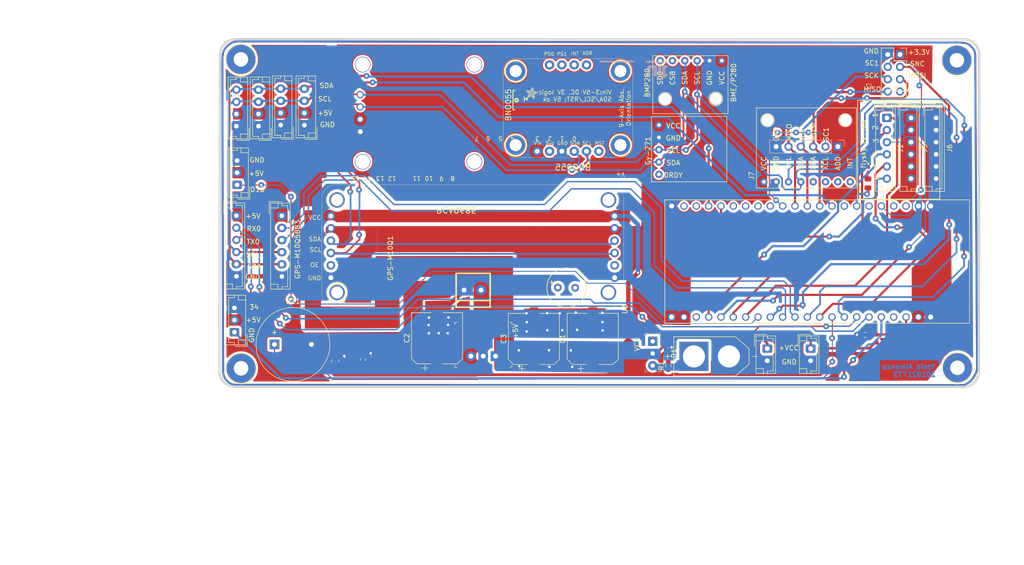
<source format=kicad_pcb>
(kicad_pcb (version 20240108) (generator "pcbnew") (generator_version "8.0")
  (layers (0 "F.Cu" signal) (31 "B.Cu" signal) (34 "B.Paste" user) (35 "F.Paste" user) (36 "B.SilkS" user "B.Silkscreen") (37 "F.SilkS" user "F.Silkscreen") (38 "B.Mask" user) (39 "F.Mask" user) (44 "Edge.Cuts" user))
  (net 0 "")
  (net 1 "+3.3V")
  (net 2 "Earth")
  (net 4 "VCC")
  (net 5 "Net-(D1-A)")
  (net 6 "Net-(D2-A)")
  (net 7 "Net-(D3-A)")
  (net 8 "ch1")
  (net 9 "ch2")
  (net 10 "ch3")
  (net 11 "ch4")
  (net 12 "ch5")
  (net 13 "ch6")
  (net 14 "CS1")
  (net 15 "D12")
  (net 16 "SCL1")
  (net 17 "+5V")
  (net 18 "MOSI")
  (net 19 "VBAT")
  (net 20 "MISO")
  (net 21 "SCK")
  (net 22 "CNS")
  (net 23 "CE")
  (net 25 "15")
  (net 27 "INT")
  (net 30 "ADR")
  (net 37 "Net-(J8-POS)")
  (net 43 "VP")
  (net 44 "Net-(D4-A)")
  (net 53 "SCL1_SDA1-")
  (net 54 "/TX0_RX0-")
  (net 55 "/TX0_RX0+")
  (net 56 "/TX0_RX1-")
  (net 57 "/TX0_RX1+")
  (net 58 "48")
  (net 59 "SDA")
  (net 60 "/SCL1_SDA0+")
  (footprint "MountingHole:MountingHole_3mm_Pad" (layer "F.Cu") (at 71.55 127.27)
    (property "Reference" "H2" (hide yes))
    (property "Value" "MountingHole" (hide yes))
  )
  (footprint "Library:PCA 9685" (layer "F.Cu") (at 129.174 118.783 180)
    (property "Reference" "J4" (hide yes))
    (property "Value" "PCA9685")
  )
  (footprint "Capacitor_SMD:CP_Elec_10x12.6" (layer "F.Cu") (at 143.96 121.21 90)
    (property "Reference" "C1")
    (property "Value" "1000 uF")
  )
  (footprint "Connector_JST:JST_EH_B6B-EH-A_1x06_P2.50mm_Vertical" (layer "F.Cu") (at 79.95 95.87 -90)
    (property "Reference" "GPS-M10Q1")
    (property "Value" "Conn_01x06_Pin")
  )
  (footprint "Connector_JST:JST_EH_B4B-EH-A_1x04_P2.50mm_Vertical" (layer "F.Cu") (at 70.59 77.41 90)
    (property "Reference" "LIDAR1" (hide yes))
    (property "Value" "Conn_01x04_Pin")
  )
  (footprint "Connector_JST:JST_EH_B6B-EH-A_1x06_P2.50mm_Vertical" (layer "F.Cu") (at 204.53 75.72 -90)
    (property "Reference" "J1")
    (property "Value" "Conn_01x06_Pin")
  )
  (footprint "Connector_JST:JST_EH_B3B-EH-A_1x03_P2.50mm_Vertical" (layer "F.Cu") (at 70.74 89.5 90)
    (property "Reference" "Encoder1" (hide yes))
    (property "Value" "Conn_01x03")
  )
  (footprint "Connector_JST:JST_EH_B6B-EH-A_1x06_P2.50mm_Vertical" (layer "F.Cu") (at 209.5 75.72 -90)
    (property "Reference" "J5")
    (property "Value" "Conn_01x06_Pin")
  )
  (footprint "Resistor_SMD:R_0805_2012Metric" (layer "F.Cu") (at 200.62 89.21 90)
    (property "Reference" "R3" (hide yes))
    (property "Value" "330 Ω")
  )
  (footprint "Capacitor_SMD:CP_Elec_10x12.6" (layer "F.Cu") (at 131.84 121.23 90)
    (property "Reference" "C3")
    (property "Value" "2200 uF")
  )
  (footprint "LED_SMD:LED_0402_1005Metric" (layer "F.Cu") (at 159.512 124.183 -90)
    (property "Reference" "D1")
    (property "Value" "LED")
  )
  (footprint "Connector_JST:JST_EH_B4B-EH-A_1x04_P2.50mm_Vertical" (layer "F.Cu") (at 84.582 77.21 90)
    (property "Reference" "LIDAR4" (hide yes))
    (property "Value" "Conn_01x04_Pin")
  )
  (footprint "MountingHole:MountingHole_3mm_Pad" (layer "F.Cu") (at 219.06 127.17)
    (property "Reference" "H3" (hide yes))
    (property "Value" "MountingHole" (hide yes))
  )
  (footprint "LED_SMD:LED_0402_1005Metric" (layer "F.Cu") (at 98.45 125.92 -90)
    (property "Reference" "D2" (hide yes))
    (property "Value" "LED")
  )
  (footprint "digikey-footprints:3-SIP_Module_V7805-1000" (layer "F.Cu") (at 123.962 124.778 180)
    (property "Reference" "U1" (hide yes))
    (property "Value" "V7805-1000")
  )
  (footprint "Resistor_SMD:R_0603_1608Metric" (layer "F.Cu") (at 200.055 120.4)
    (property "Reference" "R6" (hide yes))
    (property "Value" "1.5k Ω")
  )
  (footprint "Library:AMASS_XT60-M" (layer "F.Cu") (at 168.4 124.82)
    (property "Reference" "J8" (hide yes))
    (property "Value" "XT60-M")
  )
  (footprint "Library:Switch_Slide" (layer "F.Cu") (at 156.31 121.72 -90)
    (property "Reference" "SW2")
    (property "Value" "SW_SPDT")
  )
  (footprint "LED_SMD:LED_0402_1005Metric" (layer "F.Cu") (at 200.74 86.39 -90)
    (property "Reference" "D3" (hide yes))
    (property "Value" "LED")
  )
  (footprint "Resistor_SMD:R_0805_2012Metric" (layer "F.Cu") (at 90.932 125.77 -90)
    (property "Reference" "R4" (hide yes))
    (property "Value" "330 Ω")
  )
  (footprint "Buzzer_Beeper:Buzzer_15x7.5RM7.6" (layer "F.Cu") (at 78.44 122.36)
    (property "Reference" "BZ1")
    (property "Value" "Buzzer")
  )
  (footprint "MountingHole:MountingHole_3mm_Pad" (layer "F.Cu") (at 218.94 63.85)
    (property "Reference" "H4" (hide yes))
    (property "Value" "MountingHole")
  )
  (footprint "Connector_JST:JST_EH_B2B-EH-A_1x02_P2.50mm_Vertical" (layer "F.Cu") (at 179.9 123.21 -90)
    (property "Reference" "J10" (hide yes))
    (property "Value" "Conn_01x02")
  )
  (footprint "Connector_JST:JST_EH_B6B-EH-A_1x06_P2.50mm_Vertical" (layer "F.Cu") (at 70.59 95.84 -90)
    (property "Reference" "GPS-M10Q5883")
    (property "Value" "Conn_01x06_Pin")
  )
  (footprint "Capacitor_SMD:CP_Elec_10x12.6" (layer "F.Cu") (at 111.9 121.08 90)
    (property "Reference" "C2")
    (property "Value" "1000 uF")
  )
  (footprint "Connector_PinSocket_2.54mm:PinSocket_2x04_P2.54mm_Vertical" (layer "F.Cu") (at 207.24 62.67)
    (property "Reference" "NRF24L1" (hide yes))
    (property "Value" "J9" (hide yes))
  )
  (footprint "delta2:XCVR_ESP32-S3-DEVKITC-1-N8R2" (layer "F.Cu") (at 190.18 105.29 90)
    (property "Reference" "U3")
    (property "Value" "ESP32-S3-DEVKITC-1-N8R2")
  )
  (footprint "Resistor_SMD:R_0603_1608Metric" (layer "F.Cu") (at 202.35 121.16 -90)
    (property "Reference" "R5" (hide yes))
    (property "Value" "1k Ω")
  )
  (footprint "Library:module_bme280" (layer "F.Cu") (at 158.101 69.007 -90)
    (property "Reference" "BMP280")
    (property "Value" "Conn_01x06_Pin")
  )
  (footprint "Resistor_SMD:R_0603_1608Metric" (layer "F.Cu") (at 96.65 125.48 -90)
    (property "Reference" "R2" (hide yes))
    (property "Value" "330 Ω")
  )
  (footprint "Connector_JST:JST_EH_B3B-EH-A_1x03_P2.50mm_Vertical" (layer "F.Cu") (at 70.19 119.84 90)
    (property "Reference" "Pitot1" (hide yes))
    (property "Value" "Conn_01x03")
  )
  (footprint "Resistor_SMD:R_0603_1608Metric" (layer "F.Cu") (at 159.512 126.746 90)
    (property "Reference" "R1")
    (property "Value" "330 Ω")
  )
  (footprint "Library:OLED" (layer "F.Cu") (at 96.59 74.73 90)
    (property "Reference" "Oled1")
    (property "Value" "Conn_01x04_Pin")
  )
  (footprint "Connector_JST:JST_EH_B4B-EH-A_1x04_P2.50mm_Vertical" (layer "F.Cu") (at 75.138 77.41 90)
    (property "Reference" "LIDAR2" (hide yes))
    (property "Value" "Conn_01x04_Pin")
  )
  (footprint "Connector_JST:JST_EH_B6B-EH-A_1x06_P2.50mm_Vertical" (layer "F.Cu") (at 214.66 75.72 -90)
    (property "Reference" "J6")
    (property "Value" "Conn_01x06_Pin")
  )
  (footprint "Library:BNO055" (layer "F.Cu") (at 125.469 59.8847)
    (property "Reference" "J3" (hide yes))
    (property "Value" "BNO055")
  )
  (footprint "LED_SMD:LED_0402_1005Metric" (layer "F.Cu") (at 92.92 126.2 -90)
    (property "Reference" "D4" (hide yes))
    (property "Value" "LED")
  )
  (footprint "Connector_JST:JST_EH_B2B-EH-A_1x02_P2.50mm_Vertical" (layer "F.Cu") (at 188.84 123.22 -90)
    (property "Reference" "J9" (hide yes))
    (property "Value" "Conn_01x02")
  )
  (footprint "Library:Hmc5883l Gy271" (layer "F.Cu") (at 153.188 75.439)
    (property "Reference" "Gy-271")
    (property "Value" "Conn_01x05_Pin")
  )
  (footprint "Connector_JST:JST_EH_B4B-EH-A_1x04_P2.50mm_Vertical" (layer "F.Cu") (at 79.71 77.19 90)
    (property "Reference" "LIDAR3" (hide yes))
    (property "Value" "Conn_01x04_Pin")
  )
  (footprint "Library:module_mpu6050" (layer "F.Cu") (at 196.977 88.885 90)
    (property "Reference" "J7")
    (property "Value" "MPU6050")
  )
  (footprint "MountingHole:MountingHole_3mm_Pad" (layer "F.Cu") (at 71.52 63.67)
    (property "Reference" "H1" (hide yes))
    (property "Value" "MountingHole")
  )
  (footprint "Connector_PinSocket_2.54mm:PinSocket_1x06_P2.54mm_Vertical" (layer "B.Cu") (at 194.43 81.63 90)
    (property "Reference" "J2")
    (property "Value" "SDCARD")
  )
  (gr_poly (pts (xy 67.86001 127.347325) (xy 67.86001 127.747325) (xy 67.860262 128.081768) (xy 67.900262 128.321768) (xy 67.990262 128.731768) (xy 68.100262 129.041768) (xy 68.230262 129.271768) (xy 68.400262 129.561768) (xy 68.550262 129.721768) (xy 68.800262 130.001768) (xy 69.000262 130.171768) (xy 69.390262 130.431768) (xy 69.650262 130.551768) (xy 69.990262 130.631768) (xy 70.395051 130.679744) (xy 70.815051 130.679744) (xy 220.38001 130.737325) (xy 221.065051 130.389744) (xy 221.615051 130.049744) (xy 221.985051 129.629744) (xy 222.245051 129.339744) (xy 222.605051 128.749744) (xy 222.875051 128.239744) (xy 223.004829 127.823439) (xy 223.065051 127.469744) (xy 223.115051 126.859744) (xy 223.095051 126.399744) (xy 223.095051 126.009744) (xy 223.095051 125.629744) (xy 223.115051 125.299744) (xy 223.085051 124.929744) (xy 223.085051 124.279744) (xy 222.72001 62.567325) (xy 222.47001 61.657325) (xy 221.77001 60.877325) (xy 221.36001 60.555194) (xy 220.87237 60.367325) (xy 220.55001 60.307325) (xy 220.23001 60.267325) (xy 220.032504 60.214619) (xy 219.220504 60.182619) (xy 218.51001 60.167325) (xy 217.99237 60.197325) (xy 217.70237 60.187325) (xy 217.67237 60.187325) (xy 216.61237 60.197325) (xy 217.15001 60.207325) (xy 216.70001 60.207325) (xy 161.572513 60.149161) (xy 70.69001 59.967325) (xy 70.27001 60.037325) (xy 69.91001 60.137325) (xy 69.62001 60.267325) (xy 69.24001 60.497325) (xy 69.03001 60.657325) (xy 68.74001 60.897325) (xy 68.46001 61.207325) (xy 68.24001 61.487325) (xy 68.06001 61.747325) (xy 67.84001 62.327325) (xy 67.78001 62.777325) (xy 67.73001 63.197325) (xy 67.73001 63.667325) (xy 67.70001 64.057325) (xy 67.70001 64.517325)) (stroke (width 0.4)) (fill none) (layer "F.Cu"))
  (gr_poly (pts (xy 67.86001 127.347325) (xy 67.86001 127.747325) (xy 67.860262 128.081768) (xy 67.900262 128.321768) (xy 67.990262 128.731768) (xy 68.100262 129.041768) (xy 68.230262 129.271768) (xy 68.400262 129.561768) (xy 68.550262 129.721768) (xy 68.800262 130.001768) (xy 69.000262 130.171768) (xy 69.390262 130.431768) (xy 69.650262 130.551768) (xy 69.990262 130.631768) (xy 70.395051 130.679744) (xy 70.815051 130.679744) (xy 220.38001 130.737325) (xy 221.065051 130.389744) (xy 221.615051 130.049744) (xy 221.985051 129.629744) (xy 222.245051 129.339744) (xy 222.605051 128.749744) (xy 222.875051 128.239744) (xy 223.004829 127.823439) (xy 223.065051 127.469744) (xy 223.115051 126.859744) (xy 223.095051 126.399744) (xy 223.095051 126.009744) (xy 223.095051 125.629744) (xy 223.115051 125.299744) (xy 223.085051 124.929744) (xy 223.085051 124.279744) (xy 222.72001 62.567325) (xy 222.47001 61.657325) (xy 221.77001 60.877325) (xy 221.36001 60.555194) (xy 220.87237 60.367325) (xy 220.55001 60.307325) (xy 220.23001 60.267325) (xy 220.032504 60.214619) (xy 219.220504 60.182619) (xy 218.51001 60.167325) (xy 217.99237 60.197325) (xy 217.70237 60.187325) (xy 217.67237 60.187325) (xy 216.61237 60.197325) (xy 217.15001 60.207325) (xy 216.70001 60.207325) (xy 161.572513 60.149161) (xy 70.69001 59.967325) (xy 70.27001 60.037325) (xy 69.91001 60.137325) (xy 69.62001 60.267325) (xy 69.24001 60.497325) (xy 69.03001 60.657325) (xy 68.74001 60.897325) (xy 68.46001 61.207325) (xy 68.24001 61.487325) (xy 68.06001 61.747325) (xy 67.84001 62.327325) (xy 67.78001 62.777325) (xy 67.73001 63.197325) (xy 67.73001 63.667325) (xy 67.70001 64.057325) (xy 67.70001 64.517325)) (stroke (width 0.4)) (fill none) (layer "B.Cu"))
  (gr_circle (center 71.55303 127.23) (end 74.47303 125.88) (stroke (width 0.15)) (fill none) (layer "F.SilkS"))
  (gr_circle (center 218.98303 127.26) (end 221.90303 125.91) (stroke (width 0.15)) (fill none) (layer "F.SilkS"))
  (gr_circle (center 218.92697 63.88) (end 221.84697 62.53) (stroke (width 0.15)) (fill none) (layer "F.SilkS"))
  (gr_rect (start 198.51 72.07) (end 215.42 92.45) (stroke (width 0.15)) (fill none) (layer "F.SilkS"))
  (gr_circle (center 71.47303 63.65) (end 74.39303 62.3) (stroke (width 0.15)) (fill none) (layer "F.SilkS"))
  (gr_circle (center 119.6 84.734361) (end 121.11 84.034361) (stroke (width 0.1)) (fill none) (layer "Edge.Cuts"))
  (gr_circle (center 195.98 76.173145) (end 197.03 75.453145) (stroke (width 0.1)) (fill none) (layer "Edge.Cuts"))
  (gr_poly (pts (xy 67.114995 127.884831) (xy 67.117492 128.062995) (xy 67.157388 128.417082) (xy 67.236679 128.764476) (xy 67.354366 129.100808) (xy 67.508971 129.421848) (xy 67.698549 129.72356) (xy 67.920716 130.002148) (xy 68.172678 130.25411) (xy 68.451266 130.476277) (xy 68.752978 130.665855) (xy 69.074018 130.82046) (xy 69.41035 130.938147) (xy 69.757744 131.017438) (xy 70.111831 131.057334) (xy 70.289995 131.059831) (xy 220.284995 131.094831) (xy 220.463159 131.092334) (xy 220.817246 131.052438) (xy 221.16464 130.973147) (xy 221.500972 130.85546) (xy 221.822012 130.700855) (xy 222.123724 130.511277) (xy 222.402312 130.28911) (xy 222.654274 130.037148) (xy 222.876441 129.75856) (xy 223.066019 129.456848) (xy 223.220624 129.135808) (xy 223.338311 128.799476) (xy 223.417602 128.452082) (xy 223.457498 128.097995) (xy 223.459995 127.919831) (xy 223.529932 62.714894) (xy 223.527433 62.536731) (xy 223.487533 62.182645) (xy 223.40824 61.835253) (xy 223.290551 61.498923) (xy 223.135945 61.177884) (xy 222.946366 60.876174) (xy 222.7242 60.597587) (xy 222.472239 60.345626) (xy 222.193652 60.12346) (xy 221.891942 59.933881) (xy 221.570903 59.779275) (xy 221.234573 59.661586) (xy 220.887181 59.582293) (xy 220.533095 59.542393) (xy 220.354932 59.539894) (xy 161.119995 59.574831) (xy 70.54 59.5) (xy 70.196896 59.562394) (xy 69.84281 59.602294) (xy 69.495418 59.681587) (xy 69.159087 59.799276) (xy 68.838049 59.953882) (xy 68.536339 60.14346) (xy 68.257752 60.365627) (xy 68.005791 60.617588) (xy 67.783624 60.896175) (xy 67.594046 61.197885) (xy 67.43944 61.518923) (xy 67.321751 61.855254) (xy 67.242458 62.202646) (xy 67.202558 62.556732) (xy 67.200059 62.734895)) (stroke (width 0.5)) (fill none) (layer "Edge.Cuts"))
  (gr_circle (center 179.93 76.183145) (end 180.98 75.463145) (stroke (width 0.1)) (fill none) (layer "Edge.Cuts"))
  (gr_circle (center 158.86 71.853145) (end 159.91 71.133145) (stroke (width 0.1)) (fill none) (layer "Edge.Cuts"))
  (gr_circle (center 169.303145 71.78) (end 170.353145 71.06) (stroke (width 0.1)) (fill none) (layer "Edge.Cuts"))
  (gr_text "Yesid Almanza\n201921773" (at 214.66 129.12 0) (layer "B.Cu") (effects (font (size 1 1) (thickness 0.25) (bold yes)) (justify left bottom mirror)))
  (gr_text "GND" (at 181.74 79.04 90) (layer "F.SilkS") (effects (font (size 1 1))))
  (gr_text "GND" (at 210.25 72.87 180) (layer "F.SilkS") (effects (font (size 1 1))))
  (gr_text "SCL\n" (at 73.94 103.89 0) (layer "F.SilkS") (effects (font (size 1 1))))
  (gr_text "5" (at 202.5 85.56 90) (layer "F.SilkS") (effects (font (size 1 1))))
  (gr_text "+3.3V" (at 211.13 62.2 0) (layer "F.SilkS") (effects (font (size 1 1))))
  (gr_text "SC1\n" (at 201.44 64.43 0) (layer "F.SilkS") (effects (font (size 1 1))))
  (gr_text "MOSI" (at 210.81 67.04 0) (layer "F.SilkS") (effects (font (size 1 1))))
  (gr_text "D15" (at 74.92 90.47 0) (layer "F.SilkS") (effects (font (size 1 1))))
  (gr_text "VCC\n" (at 153.7 123.86 90) (layer "F.SilkS") (effects (font (size 1 1)) (justify left bottom)))
  (gr_text "2" (at 202.15 77.71 90) (layer "F.SilkS") (effects (font (size 1 1))))
  (gr_text "MOSI" (at 189.34 78.55 90) (layer "F.SilkS") (effects (font (size 1 1))))
  (gr_text "+5V" (at 74.03 95.94 0) (layer "F.SilkS") (effects (font (size 1 1))))
  (gr_text "RX0" (at 74.19 98.54 0) (layer "F.SilkS") (effects (font (size 1 1))))
  (gr_text "SCK" (at 187.13 79.32 90) (layer "F.SilkS") (effects (font (size 1 1))))
  (gr_text "flysky fs-i6b\n" (at 200.28 86.16 90) (layer "F.SilkS") (effects (font (size 1 1)) (justify left bottom)))
  (gr_text "3" (at 202.31 80.42 90) (layer "F.SilkS") (effects (font (size 1 1))))
  (gr_text "GND" (at 73.74 120.47 90) (layer "F.SilkS") (effects (font (size 1 1))))
  (gr_text "+5V" (at 128.66 121.27 90) (layer "F.SilkS") (effects (font (size 1 1)) (justify left bottom)))
  (gr_text "SC1\n" (at 192.03 79.1 90) (layer "F.SilkS") (effects (font (size 1 1))))
  (gr_text "+5V" (at 74.67 87.17 0) (layer "F.SilkS") (effects (font (size 1 1))))
  (gr_text "GND\n" (at 182.79 126.55 0) (layer "F.SilkS") (effects (font (size 1 1)) (justify left bottom)))
  (gr_text "GND" (at 74.84 84.4 0) (layer "F.SilkS") (effects (font (size 1 1))))
  (gr_text "+5V" (at 74.06 117.31 0) (layer "F.SilkS") (effects (font (size 1 1))))
  (gr_text "4" (at 202.25 82.92 90) (layer "F.SilkS") (effects (font (size 1 1))))
  (gr_text "CH" (at 204.65 72.87 180) (layer "F.SilkS") (effects (font (size 1 1))))
  (gr_text "GND" (at 73.9 108.48 720) (layer "F.SilkS") (effects (font (size 1 1))))
  (gr_text "+VCC\n" (at 182.16 123.65 0) (layer "F.SilkS") (effects (font (size 1 1)) (justify left bottom)))
  (gr_text "GND" (at 89.33 77.12 720) (layer "F.SilkS") (effects (font (size 1 1))))
  (gr_text "+5V" (at 88.82 74.72 0) (layer "F.SilkS") (effects (font (size 1 1))))
  (gr_text "1" (at 202.11 75.12 90) (layer "F.SilkS") (effects (font (size 1 1))))
  (gr_text "6" (at 202.4 87.99 90) (layer "F.SilkS") (effects (font (size 1 1))))
  (gr_text "TX0\n" (at 74.03 101.24 0) (layer "F.SilkS") (effects (font (size 1 1))))
  (gr_text "SDA" (at 89.13 69.07 0) (layer "F.SilkS") (effects (font (size 1 1))))
  (gr_text "MISO" (at 201.52 69.84 0) (layer "F.SilkS") (effects (font (size 1 1))))
  (gr_text "GND" (at 201.31 61.97 0) (layer "F.SilkS") (effects (font (size 1 1))))
  (gr_text "SCL\n" (at 88.82 71.83 0) (layer "F.SilkS") (effects (font (size 1 1))))
  (gr_text "SNC" (at 210.81 64.58 0) (layer "F.SilkS") (effects (font (size 1 1))))
  (gr_text "+5V" (at 207.54 72.89 180) (layer "F.SilkS") (effects (font (size 1 1))))
  (gr_text "34" (at 74.21 114.67 0) (layer "F.SilkS") (effects (font (size 1 1))))
  (gr_text "MISO" (at 184.43 78.71 90) (layer "F.SilkS") (effects (font (size 1 1))))
  (gr_text "+3.3V" (at 206.9 69.84 0) (layer "F.SilkS") (effects (font (size 1 1))))
  (gr_text "SCK" (at 201.36 67.02 0) (layer "F.SilkS") (effects (font (size 1 1))))
  (gr_text "SDA" (at 74.27 106.33 0) (layer "F.SilkS") (effects (font (size 1 1))))
  (segment (start 90.044 98.455) (end 148.464 98.455) (width 0.9) (layer "F.Cu") (net 1))
  (segment (start 117.47 111.16) (end 113.89 114.74) (width 0.9) (layer "F.Cu") (net 2))
  (segment (start 98.45 124.32) (end 98.34 124.21) (width 0.44) (layer "F.Cu") (net 2))
  (segment (start 143.041516 115.582658) (end 142.981516 115.642658) (width 0.44) (layer "F.Cu") (net 2))
  (segment (start 111.761516 117.322658) (end 111.761516 117.922658) (width 0.44) (layer "F.Cu") (net 2))
  (segment (start 200.74 85.905) (end 200.74 85.14) (width 0.2) (layer "F.Cu") (net 2))
  (segment (start 142.981516 118.192658) (end 142.981516 118.792658) (width 0.44) (layer "F.Cu") (net 2))
  (segment (start 98.45 125.435) (end 98.45 124.32) (width 0.44) (layer "F.Cu") (net 2))
  (segment (start 159.512 123.698) (end 160.02 123.19) (width 0.2) (layer "F.Cu") (net 2))
  (segment (start 141.391516 116.602658) (end 141.291516 116.502658) (width 0.44) (layer "F.Cu") (net 2))
  (segment (start 79.92 108.34) (end 79.95 108.37) (width 0.9) (layer "F.Cu") (net 2))
  (segment (start 111.821516 114.712658) (end 111.761516 114.772658) (width 0.44) (layer "F.Cu") (net 2))
  (segment (start 200.74 85.14) (end 200.72 85.12) (width 0.2) (layer "F.Cu") (net 2))
  (segment (start 110.071516 115.632658) (end 110.171516 115.732658) (width 0.9) (layer "F.Cu") (net 2))
  (segment (start 92.92 125.715) (end 92.92 124.79) (width 0.44) (layer "F.Cu") (net 2))
  (segment (start 70.59 108.34) (end 79.92 108.34) (width 0.9) (layer "F.Cu") (net 2))
  (segment (start 142.981516 115.642658) (end 142.981516 118.792658) (width 0.44) (layer "F.Cu") (net 2))
  (segment (start 113.89 114.74) (end 110.05 114.74) (width 0.9) (layer "F.Cu") (net 2))
  (segment (start 199.23 120.4) (end 198.48 120.4) (width 0.44) (layer "F.Cu") (net 2))
  (segment (start 141.391516 116.602658) (end 142.981516 118.192658) (width 0.44) (layer "F.Cu") (net 2))
  (segment (start 92.92 124.79) (end 92.91 124.78) (width 0.44) (layer "F.Cu") (net 2))
  (segment (start 110.171516 115.732658) (end 111.761516 117.322658) (width 0.44) (layer "F.Cu") (net 2))
  (segment (start 198.48 120.4) (end 198.47 120.39) (width 0.44) (layer "F.Cu") (net 2))
  (segment (start 111.761516 114.772658) (end 111.761516 117.922658) (width 0.44) (layer "F.Cu") (net 2))
  (via (at 140.49 115.8) (size 1.2) (drill 0.5) (layers "F.Cu" "B.Cu") (net 2))
  (via (at 145.96 115.85) (size 1.2) (drill 0.5) (layers "F.Cu" "B.Cu") (net 2))
  (via (at 198.358484 120.357342) (size 1.2) (drill 0.5) (layers "F.Cu" "B.Cu") (net 2))
  (via (at 92.798484 124.747342) (size 1.2) (drill 0.5) (layers "F.Cu" "B.Cu") (net 2))
  (via (at 160.19 122.96) (size 1.2) (drill 0.5) (layers "F.Cu" "B.Cu") (net 2))
  (via (at 146 119.5) (size 1.2) (drill 0.5) (layers "F.Cu" "B.Cu") (net 2))
  (via (at 110.17 118.38) (size 1.2) (drill 0.5) (layers "F.Cu" "B.Cu") (net 2))
  (via (at 114.24 116.8) (size 1.2) (drill 0.5) (layers "F.Cu" "B.Cu") (net 2))
  (via (at 130.37 119.7) (size 1.2) (drill 0.5) (layers "F.Cu" "B.Cu") (net 2))
  (via (at 200.72 85.12) (size 0.8) (drill 0.4) (layers "F.Cu" "B.Cu") (net 2))
  (via (at 130.38 117.77) (size 1.2) (drill 0.5) (layers "F.Cu" "B.Cu") (net 2))
  (via (at 134.57 115.92) (size 1.2) (drill 0.5) (layers "F.Cu" "B.Cu") (net 2))
  (via (at 134.6 119.44) (size 1.2) (drill 0.5) (layers "F.Cu" "B.Cu") (net 2))
  (via (at 145.98 117.76) (size 1.2) (drill 0.5) (layers "F.Cu" "B.Cu") (net 2))
  (via (at 137.18 115.96) (size 1.2) (drill 0.5) (layers "F.Cu" "B.Cu") (net 2))
  (via (at 114.1 120.04) (size 1.2) (drill 0.5) (layers "F.Cu" "B.Cu") (net 2))
  (via (at 130.31 115.95) (size 1.2) (drill 0.5) (layers "F.Cu" "B.Cu") (net 2))
  (via (at 110.23 120.05) (size 1.2) (drill 0.5) (layers "F.Cu" "B.Cu") (net 2))
  (via (at 114.16 118.33) (size 1.2) (drill 0.5) (layers "F.Cu" "B.Cu") (net 2))
  (via (at 140.75 119.35) (size 1.2) (drill 0.5) (layers "F.Cu" "B.Cu") (net 2))
  (via (at 110.23 116.82) (size 1.2) (drill 0.5) (layers "F.Cu" "B.Cu") (net 2))
  (via (at 112.26 120.04) (size 1.2) (drill 0.5) (layers "F.Cu" "B.Cu") (net 2))
  (via (at 98.228484 124.177342) (size 1.2) (drill 0.5) (layers "F.Cu" "B.Cu") (net 2))
  (via (at 137.69 119.44) (size 1.2) (drill 0.5) (layers "F.Cu" "B.Cu") (net 2))
  (segment (start 158.7 122.52) (end 158.7 122.55) (width 0.5) (layer "F.Cu") (net 4))
  (segment (start 148.464 95.915) (end 90.044 95.915) (width 0.9) (layer "F.Cu") (net 4))
  (segment (start 188.84 121.67) (end 188.11 120.94) (width 0.5) (layer "F.Cu") (net 4))
  (segment (start 151.29 109.58) (end 151.29 121.35) (width 0.9) (layer "F.Cu") (net 4))
  (segment (start 157.03 124.22) (end 156.31 124.22) (width 0.5) (layer "F.Cu") (net 4))
  (segment (start 154.16 124.22) (end 151.29 121.35) (width 0.9) (layer "F.Cu") (net 4))
  (segment (start 192 123.16) (end 200.945 123.16) (width 0.5) (layer "F.Cu") (net 4))
  (segment (start 153.29 107.58) (end 151.29 109.58) (width 0.9) (layer "F.Cu") (net 4))
  (segment (start 187.89 120.72) (end 189.56 120.72) (width 0.5) (layer "F.Cu") (net 4))
  (segment (start 125.1 124.73) (end 125.1 115.29) (width 0.9) (layer "F.Cu") (net 4))
  (segment (start 189.56 120.72) (end 192 123.16) (width 0.5) (layer "F.Cu") (net 4))
  (segment (start 188.84 123.22) (end 188.84 121.67) (width 0.5) (layer "F.Cu") (net 4))
  (segment (start 125.1 115.29) (end 120.97 111.16) (width 0.9) (layer "F.Cu") (net 4))
  (segment (start 160.5 120.72) (end 158.7 122.52) (width 0.5) (layer "F.Cu") (net 4))
  (segment (start 179.9 123.21) (end 179.9 122.14) (width 0.5) (layer "F.Cu") (net 4))
  (segment (start 188.11 120.94) (end 187.89 120.72) (width 0.5) (layer "F.Cu") (net 4))
  (segment (start 156.31 124.22) (end 154.16 124.22) (width 0.9) (layer "F.Cu") (net 4))
  (segment (start 187.89 120.72) (end 160.5 120.72) (width 0.5) (layer "F.Cu") (net 4))
  (segment (start 200.945 123.16) (end 202.15 121.955) (width 0.5) (layer "F.Cu") (net 4))
  (segment (start 151.29 121.35) (end 146.83 125.81) (width 0.9) (layer "F.Cu") (net 4))
  (segment (start 158.7 122.55) (end 157.03 124.22) (width 0.5) (layer "F.Cu") (net 4))
  (segment (start 179.9 122.14) (end 178.48 120.72) (width 0.5) (layer "F.Cu") (net 4))
  (segment (start 146.83 125.81) (end 143.89 125.81) (width 0.9) (layer "F.Cu") (net 4))
  (via (at 128.84 126.86) (size 1.2) (drill 0.5) (layers "F.Cu" "B.Cu") (net 4))
  (via (at 134.95 123.55) (size 1.2) (drill 0.5) (layers "F.Cu" "B.Cu") (net 4))
  (via (at 128.74 123.57) (size 1.2) (drill 0.5) (layers "F.Cu" "B.Cu") (net 4))
  (via (at 139.46 123.59) (size 1.2) (drill 0.5) (layers "F.Cu" "B.Cu") (net 4))
  (via (at 153.29 107.58) (size 0.8) (drill 0.4) (layers "F.Cu" "B.Cu") (net 4))
  (via (at 139.75 126.98) (size 1.2) (drill 0.5) (layers "F.Cu" "B.Cu") (net 4))
  (via (at 135.05 126.98) (size 1.2) (drill 0.5) (layers "F.Cu" "B.Cu") (net 4))
  (segment (start 148.464 95.915) (end 151.505 95.915) (width 0.9) (layer "B.Cu") (net 4))
  (segment (start 151.505 95.915) (end 153.29 97.7) (width 0.9) (layer "B.Cu") (net 4))
  (segment (start 153.29 97.7) (end 153.29 107.58) (width 0.9) (layer "B.Cu") (net 4))
  (segment (start 134.112 124.714) (end 133.858 124.46) (width 0.9) (layer "B.Cu") (net 4))
  (segment (start 156.464 124.714) (end 134.112 124.714) (width 0.9) (layer "B.Cu") (net 4))
  (segment (start 159.512 125.921) (end 159.512 124.668) (width 0.9) (layer "F.Cu") (net 5))
  (segment (start 98.45 126.405) (end 96.75 126.405) (width 0.44) (layer "F.Cu") (net 6))
  (segment (start 96.75 126.405) (end 96.65 126.305) (width 0.44) (layer "F.Cu") (net 6))
  (segment (start 200.52 88.175) (end 200.52 87.095) (width 0.44) (layer "F.Cu") (net 7))
  (segment (start 200.52 87.095) (end 200.74 86.875) (width 0.44) (layer "F.Cu") (net 7))
  (segment (start 200.74 88.395) (end 200.52 88.175) (width 0.44) (layer "F.Cu") (net 7))
  (segment (start 181.69 110.28) (end 197.99 110.28) (width 0.44) (layer "F.Cu") (net 8))
  (segment (start 204.575 103.695) (end 204.575 91.665) (width 0.44) (layer "F.Cu") (net 8))
  (segment (start 175.45 116.72) (end 175.45 116.52) (width 0.44) (layer "F.Cu") (net 8))
  (segment (start 206.64 76.54) (end 205.82 75.72) (width 0.44) (layer "F.Cu") (net 8))
  (segment (start 205.82 75.72) (end 204.53 75.72) (width 0.44) (layer "F.Cu") (net 8))
  (segment (start 204.575 91.665) (end 206.64 89.6) (width 0.44) (layer "F.Cu") (net 8))
  (segment (start 175.45 116.52) (end 181.69 110.28) (width 0.44) (layer "F.Cu") (net 8))
  (segment (start 197.99 110.28) (end 204.575 103.695) (width 0.44) (layer "F.Cu") (net 8))
  (segment (start 206.64 89.6) (end 206.64 76.54) (width 0.44) (layer "F.Cu") (net 8))
  (segment (start 183.31 105.47) (end 191.25 105.47) (width 0.44) (layer "F.Cu") (net 9))
  (segment (start 199.42 93.294156) (end 199.42 83.33) (width 0.44) (layer "F.Cu") (net 9))
  (segment (start 191.25 105.47) (end 199.51 97.21) (width 0.44) (layer "F.Cu") (net 9))
  (segment (start 199.42 83.33) (end 204.53 78.22) (width 0.44) (layer "F.Cu") (net 9))
  (segment (start 199.51 93.384156) (end 199.42 93.294156) (width 0.44) (layer "F.Cu") (net 9))
  (segment (start 172.91 115.87) (end 183.31 105.47) (width 0.44) (layer "F.Cu") (net 9))
  (segment (start 172.91 116.72) (end 172.91 115.87) (width 0.44) (layer "F.Cu") (net 9))
  (segment (start 199.51 97.21) (end 199.51 93.384156) (width 0.44) (layer "F.Cu") (net 9))
  (segment (start 182.285826 112.16) (end 181.22 113.225826) (width 0.44) (layer "F.Cu") (net 10))
  (segment (start 209.2 102.33) (end 199.37 112.16) (width 0.44) (layer "F.Cu") (net 10))
  (segment (start 181.22 113.225826) (end 181.22 113.37) (width 0.44) (layer "F.Cu") (net 10))
  (segment (start 199.37 112.16) (end 182.285826 112.16) (width 0.44) (layer "F.Cu") (net 10))
  (via (at 209.088484 102.297342) (size 1.2) (drill 0.5) (layers "F.Cu" "B.Cu") (net 10))
  (via (at 181.108484 113.337342) (size 1.2) (drill 0.5) (layers "F.Cu" "B.Cu") (net 10))
  (segment (start 210.18 79.57) (end 208.45 79.57) (width 0.2) (layer "B.Cu") (net 10))
  (segment (start 173.72 113.37) (end 170.37 116.72) (width 0.44) (layer "B.Cu") (net 10))
  (segment (start 207.3 80.72) (end 204.53 80.72) (width 0.2) (layer "B.Cu") (net 10))
  (segment (start 204.7 80.89) (end 204.74 80.89) (width 0.2) (layer "B.Cu") (net 10))
  (segment (start 212.432984 99.097016) (end 212.432984 81.822984) (width 0.2) (layer "B.Cu") (net 10))
  (segment (start 212.432984 81.822984) (end 210.18 79.57) (width 0.2) (layer "B.Cu") (net 10))
  (segment (start 209.2 102.33) (end 212.432984 99.097016) (width 0.2) (layer "B.Cu") (net 10))
  (segment (start 208.45 79.57) (end 207.3 80.72) (width 0.2) (layer "B.Cu") (net 10))
  (segment (start 181.22 113.37) (end 173.72 113.37) (width 0.44) (layer "B.Cu") (net 10))
  (segment (start 179.14 103.9) (end 167.83 115.21) (width 0.44) (layer "F.Cu") (net 11))
  (segment (start 179.38 103.9) (end 179.14 103.9) (width 0.44) (layer "F.Cu") (net 11))
  (segment (start 167.83 115.21) (end 167.83 116.72) (width 0.44) (layer "F.Cu") (net 11))
  (via (at 179.268484 103.867342) (size 1.2) (drill 0.5) (layers "F.Cu" "B.Cu") (net 11))
  (segment (start 202.074104 84.741606) (end 202.05 84.717502) (width 0.44) (layer "B.Cu") (net 11))
  (segment (start 202.05 83.92) (end 202.75 83.22) (width 0.44) (layer "B.Cu") (net 11))
  (segment (start 179.38 103.73) (end 180.97 102.14) (width 0.44) (layer "B.Cu") (net 11))
  (segment (start 180.97 102.14) (end 187.36 102.14) (width 0.44) (layer "B.Cu") (net 11))
  (segment (start 194.49 95.01) (end 194.49 93.24) (width 0.44) (layer "B.Cu") (net 11))
  (segment (start 202.05 84.717502) (end 202.05 83.92) (width 0.44) (layer "B.Cu") (net 11))
  (segment (start 202.75 83.22) (end 204.53 83.22) (width 0.44) (layer "B.Cu") (net 11))
  (segment (start 202.074104 85.655896) (end 202.074104 84.741606) (width 0.44) (layer "B.Cu") (net 11))
  (segment (start 187.36 102.14) (end 194.49 95.01) (width 0.44) (layer "B.Cu") (net 11))
  (segment (start 194.49 93.24) (end 202.074104 85.655896) (width 0.44) (layer "B.Cu") (net 11))
  (segment (start 179.38 103.9) (end 179.38 103.73) (width 0.44) (layer "B.Cu") (net 11))
  (segment (start 201.32 114.01) (end 212.5 102.83) (width 0.44) (layer "F.Cu") (net 12))
  (segment (start 210.63 98.32) (end 206.72 98.32) (width 0.44) (layer "F.Cu") (net 12))
  (segment (start 203.68 85.72) (end 204.53 85.72) (width 0.44) (layer "F.Cu") (net 12))
  (segment (start 212.5 100.19) (end 210.63 98.32) (width 0.44) (layer "F.Cu") (net 12))
  (segment (start 212.5 102.83) (end 212.5 100.19) (width 0.44) (layer "F.Cu") (net 12))
  (segment (start 202.205 96.44) (end 202.205 87.195) (width 0.44) (layer "F.Cu") (net 12))
  (segment (start 202.205 87.195) (end 203.68 85.72) (width 0.44) (layer "F.Cu") (net 12))
  (segment (start 190.69 116.72) (end 193.4 114.01) (width 0.44) (layer "F.Cu") (net 12))
  (segment (start 193.4 114.01) (end 201.32 114.01) (width 0.44) (layer "F.Cu") (net 12))
  (via (at 206.63 98.23) (size 1.2) (drill 0.5) (layers "F.Cu" "B.Cu") (net 12))
  (via (at 202.205 96.44) (size 1.2) (drill 0.5) (layers "F.Cu" "B.Cu") (net 12))
  (segment (start 202.205 96.44) (end 203.995 98.23) (width 0.44) (layer "B.Cu") (net 12))
  (segment (start 203.995 98.23) (end 206.63 98.23) (width 0.44) (layer "B.Cu") (net 12))
  (segment (start 192.66 100.16) (end 173.19 100.16) (width 0.44) (layer "F.Cu") (net 13))
  (segment (start 173.19 100.16) (end 170.37 97.34) (width 0.44) (layer "F.Cu") (net 13))
  (segment (start 170.37 97.34) (end 170.37 93.86) (width 0.44) (layer "F.Cu") (net 13))
  (via (at 192.66 100.16) (size 1.2) (drill 0.5) (layers "F.Cu" "B.Cu") (net 13))
  (segment (start 199.665 95.155) (end 199.665 92.740096) (width 0.44) (layer "B.Cu") (net 13))
  (segment (start 199.665 92.740096) (end 200.005096 92.4) (width 0.44) (layer "B.Cu") (net 13))
  (segment (start 202.45 88.6) (end 202.83 88.22) (width 0.44) (layer "B.Cu") (net 13))
  (segment (start 200.005096 92.4) (end 201.7 92.4) (width 0.44) (layer "B.Cu") (net 13))
  (segment (start 202.45 91.65) (end 202.45 88.6) (width 0.44) (layer "B.Cu") (net 13))
  (segment (start 194.66 100.16) (end 199.665 95.155) (width 0.44) (layer "B.Cu") (net 13))
  (segment (start 201.7 92.4) (end 202.45 91.65) (width 0.44) (layer "B.Cu") (net 13))
  (segment (start 202.83 88.22) (end 204.53 88.22) (width 0.44) (layer "B.Cu") (net 13))
  (segment (start 192.66 100.16) (end 194.66 100.16) (width 0.44) (layer "B.Cu") (net 13))
  (segment (start 180.34 80.518) (end 182.118 78.74) (width 0.2) (layer "F.Cu") (net 14))
  (segment (start 180.34 91.3) (end 180.34 80.518) (width 0.2) (layer "F.Cu") (net 14))
  (segment (start 185.928 78.74) (end 188.468 78.74) (width 0.2) (layer "F.Cu") (net 14))
  (segment (start 181.71 92.67) (end 180.34 91.3) (width 0.2) (layer "F.Cu") (net 14))
  (via (at 188.356484 78.707342) (size 1.2) (drill 0.5) (layers "F.Cu" "B.Cu") (net 14))
  (via (at 181.71 92.67) (size 1.2) (drill 0.5) (layers "F.Cu" "B.Cu") (net 14))
  (via (at 185.816484 78.707342) (size 1.2) (drill 0.5) (layers "F.Cu" "B.Cu") (net 14))
  (via (at 182.006484 78.707342) (size 1.2) (drill 0.5) (layers "F.Cu" "B.Cu") (net 14))
  (segment (start 191.008 78.74) (end 191.89 79.622) (width 0.2) (layer "B.Cu") (net 14))
  (segment (start 188.468 78.74) (end 191.008 78.74) (width 0.2) (layer "B.Cu") (net 14))
  (segment (start 182.118 78.74) (end 185.928 78.74) (width 0.2) (layer "B.Cu") (net 14))
  (segment (start 191.89 79.622) (end 191.89 81.63) (width 0.2) (layer "B.Cu") (net 14))
  (segment (start 182.9 93.86) (end 181.666 92.626) (width 0.2) (layer "B.Cu") (net 14))
  (segment (start 183.07 93.86) (end 182.9 93.86) (width 0.2) (layer "B.Cu") (net 14))
  (segment (start 195.73 129.05) (end 195.73 127.45) (width 0.44) (layer "F.Cu") (net 15))
  (segment (start 195.73 127.45) (end 197.58 125.6) (width 0.44) (layer "F.Cu") (net 15))
  (via (at 195.73 129.05) (size 1.2) (drill 0.5) (layers "F.Cu" "B.Cu") (net 15))
  (via (at 197.58 125.6) (size 1.2) (drill 0.5) (layers "F.Cu" "B.Cu") (net 15))
  (segment (start 195.73 129.05) (end 195.46 129.32) (width 0.44) (layer "B.Cu") (net 15))
  (segment (start 203.39 120.47) (end 203.39 116.72) (width 0.44) (layer "B.Cu") (net 15))
  (segment (start 200.79 122.33) (end 201.53 122.33) (width 0.44) (layer "B.Cu") (net 15))
  (segment (start 197.58 125.54) (end 200.79 122.33) (width 0.44) (layer "B.Cu") (net 15))
  (segment (start 195.46 129.32) (end 79.67 129.32) (width 0.44) (layer "B.Cu") (net 15))
  (segment (start 201.53 122.33) (end 203.39 120.47) (width 0.44) (layer "B.Cu") (net 15))
  (segment (start 79.67 129.32) (end 70.19 119.84) (width 0.44) (layer "B.Cu") (net 15))
  (segment (start 79.92 103.34) (end 79.95 103.37) (width 0.44) (layer "F.Cu") (net 16))
  (segment (start 96.501516 68.408484) (end 94.77 70.14) (width 0.44) (layer "F.Cu") (net 16))
  (segment (start 98.6405 68.4) (end 98.632016 68.408484) (width 0.44) (layer "F.Cu") (net 16))
  (segment (start 70.59 103.34) (end 79.92 103.34) (width 0.44) (layer "F.Cu") (net 16))
  (segment (start 87.35 70.14) (end 85.28 72.21) (width 0.44) (layer "F.Cu") (net 16))
  (segment (start 94.77 70.14) (end 87.35 70.14) (width 0.44) (layer "F.Cu") (net 16))
  (segment (start 85.28 72.21) (end 84.34 72.21) (width 0.44) (layer "F.Cu") (net 16))
  (segment (start 98.632016 68.408484) (end 96.501516 68.408484) (width 0.44) (layer "F.Cu") (net 16))
  (via (at 98.6405 68.4) (size 1.2) (drill 0.5) (layers "F.Cu" "B.Cu") (net 16))
  (segment (start 117.424904 68.4) (end 124.604904 75.58) (width 0.44) (layer "B.Cu") (net 16))
  (segment (start 79.53 72.21) (end 79.55 72.19) (width 0.44) (layer "B.Cu") (net 16))
  (segment (start 69 101.75) (end 69 73.2) (width 0.44) (layer "B.Cu") (net 16))
  (segment (start 74.7 72.21) (end 79.53 72.21) (width 0.44) (layer "B.Cu") (net 16))
  (segment (start 69.91 72.29) (end 74.62 72.29) (width 0.44) (layer "B.Cu") (net 16))
  (segment (start 79.55 72.19) (end 84.32 72.19) (width 0.44) (layer "B.Cu") (net 16))
  (segment (start 70.59 103.34) (end 69 101.75) (width 0.44) (layer "B.Cu") (net 16))
  (segment (start 191.01 91.64) (end 193.23 93.86) (width 0.44) (layer "B.Cu") (net 16))
  (segment (start 69 73.2) (end 69.91 72.29) (width 0.44) (layer "B.Cu") (net 16))
  (segment (start 98.6405 68.4) (end 117.424904 68.4) (width 0.44) (layer "B.Cu") (net 16))
  (segment (start 74.62 72.29) (end 74.7 72.21) (width 0.44) (layer "B.Cu") (net 16))
  (segment (start 84.32 72.19) (end 84.34 72.21) (width 0.44) (layer "B.Cu") (net 16))
  (segment (start 175.44 91.64) (end 191.01 91.64) (width 0.44) (layer "B.Cu") (net 16))
  (segment (start 124.604904 75.58) (end 159.38 75.58) (width 0.44) (layer "B.Cu") (net 16))
  (segment (start 159.38 75.58) (end 175.44 91.64) (width 0.44) (layer "B.Cu") (net 16))
  (segment (start 210.08 77.73) (end 210.08 80.27) (width 0.9) (layer "F.Cu") (net 17))
  (segment (start 210.08 87.89) (end 210.08 90.43) (width 0.9) (layer "F.Cu") (net 17))
  (segment (start 210.08 80.27) (end 210.08 82.81) (width 0.9) (layer "F.Cu") (net 17))
  (segment (start 210.08 85.35) (end 210.08 87.89) (width 0.9) (layer "F.Cu") (net 17))
  (segment (start 210.08 82.81) (end 210.08 85.35) (width 0.9) (layer "F.Cu") (net 17))
  (segment (start 210.08 75.19) (end 210.08 77.73) (width 0.9) (layer "F.Cu") (net 17))
  (segment (start 189.44 74.33) (end 189.44 81.54) (width 0.44) (layer "F.Cu") (net 18))
  (segment (start 190.69 82.97) (end 189.35 81.63) (width 0.44) (layer "F.Cu") (net 18))
  (segment (start 192.060525 71.709475) (end 189.44 74.33) (width 0.44) (layer "F.Cu") (net 18))
  (segment (start 208.71 68.65) (end 208.71 70.93) (width 0.44) (layer "F.Cu") (net 18))
  (segment (start 195.239475 71.709475) (end 192.060525 71.709475) (width 0.44) (layer "F.Cu") (net 18))
  (segment (start 201.739066 71.649066) (end 200.559624 71.649066) (width 0.44) (layer "F.Cu") (net 18))
  (segment (start 190.69 93.86) (end 190.69 82.97) (width 0.44) (layer "F.Cu") (net 18))
  (segment (start 208.71 70.93) (end 208 71.64) (width 0.44) (layer "F.Cu") (net 18))
  (segment (start 200.559624 71.649066) (end 200.48789 71.7208) (width 0.44) (layer "F.Cu") (net 18))
  (segment (start 208 71.64) (end 201.748132 71.64) (width 0.44) (layer "F.Cu") (net 18))
  (segment (start 207.3 67.24) (end 208.71 68.65) (width 0.44) (layer "F.Cu") (net 18))
  (via (at 195.127959 71.676817) (size 1.2) (drill 0.5) (layers "F.Cu" "B.Cu") (net 18))
  (via (at 200.416156 71.649066) (size 1.2) (drill 0.5) (layers "F.Cu" "B.Cu") (net 18))
  (segment (start 200.476565 71.709475) (end 195.239475 71.709475) (width 0.44) (layer "B.Cu") (net 18))
  (segment (start 208.47 118.55) (end 208.47 116.72) (width 0.44) (layer "F.Cu") (net 19))
  (segment (start 206.71 120.31) (end 208.47 118.55) (width 0.44) (layer "F.Cu") (net 19))
  (segment (start 202.15 120.305) (end 204.235 120.305) (width 0.44) (layer "F.Cu") (net 19))
  (segment (start 201.068 120.305) (end 200.977 120.396) (width 0.44) (layer "F.Cu") (net 19))
  (segment (start 204.235 120.305) (end 204.24 120.31) (width 0.44) (layer "F.Cu") (net 19))
  (segment (start 204.24 120.31) (end 206.71 120.31) (width 0.44) (layer "F.Cu") (net 19))
  (segment (start 202.15 120.305) (end 201.068 120.305) (width 0.44) (layer "F.Cu") (net 19))
  (segment (start 185.62 93.85) (end 185.62 82.98) (width 0.44) (layer "F.Cu") (net 20))
  (segment (start 184.27 73.12) (end 184.27 81.63) (width 0.5) (layer "F.Cu") (net 20))
  (segment (start 185.61 93.86) (end 185.62 93.85) (width 0.44) (layer "F.Cu") (net 20))
  (segment (start 197.1 70.4) (end 186.99 70.4) (width 0.5) (layer "F.Cu") (net 20))
  (segment (start 186.99 70.4) (end 184.27 73.12) (width 0.5) (layer "F.Cu") (net 20))
  (segment (start 185.62 82.98) (end 184.27 81.63) (width 0.44) (layer "F.Cu") (net 20))
  (via (at 196.988484 70.367342) (size 1.2) (drill 0.5) (layers "F.Cu" "B.Cu") (net 20))
  (segment (start 197.1 70.4) (end 197.17 70.33) (width 0.5) (layer "B.Cu") (net 20))
  (segment (start 204.66 70.33) (end 204.7 70.29) (width 0.5) (layer "B.Cu") (net 20))
  (segment (start 197.17 70.33) (end 204.66 70.33) (width 0.5) (layer "B.Cu") (net 20))
  (segment (start 188.15 93.86) (end 188.15 82.97) (width 0.44) (layer "F.Cu") (net 21))
  (segment (start 188.15 82.97) (end 186.81 81.63) (width 0.44) (layer "F.Cu") (net 21))
  (segment (start 187.336484 81.103516) (end 186.81 81.63) (width 0.44) (layer "B.Cu") (net 21))
  (segment (start 204.76 67.24) (end 198.122278 67.24) (width 0.44) (layer "B.Cu") (net 21))
  (segment (start 198.122278 67.24) (end 187.336484 78.025794) (width 0.44) (layer "B.Cu") (net 21))
  (segment (start 187.336484 78.025794) (end 187.336484 81.103516) (width 0.44) (layer "B.Cu") (net 21))
  (segment (start 209.32 65.21) (end 207.24 65.21) (width 0.44) (layer "F.Cu") (net 22))
  (segment (start 217.35 73.24) (end 209.32 65.21) (width 0.44) (layer "F.Cu") (net 22))
  (segment (start 183.12 114.38) (end 186.83 114.38) (width 0.44) (layer "F.Cu") (net 22))
  (segment (start 217.36 97.68) (end 217.35 97.67) (width 0.44) (layer "F.Cu") (net 22))
  (segment (start 217.35 97.67) (end 217.35 73.24) (width 0.44) (layer "F.Cu") (net 22))
  (segment (start 182.47 115.03) (end 183.12 114.38) (width 0.44) (layer "F.Cu") (net 22))
  (via (at 187.18 114.23) (size 1.2) (drill 0.5) (layers "F.Cu" "B.Cu") (net 22))
  (via (at 217.36 97.68) (size 1.2) (drill 0.5) (layers "F.Cu" "B.Cu") (net 22))
  (via (at 182.358484 114.997342) (size 1.2) (drill 0.5) (layers "F.Cu" "B.Cu") (net 22))
  (segment (start 187.26 111.59) (end 187.26 114.81) (width 0.44) (layer "B.Cu") (net 22))
  (segment (start 217.36 97.68) (end 217.36 100.64) (width 0.44) (layer "B.Cu") (net 22))
  (segment (start 217.36 100.64) (end 212.17 105.83) (width 0.44) (layer "B.Cu") (net 22))
  (segment (start 180.78 116.72) (end 182.47 115.03) (width 0.44) (layer "B.Cu") (net 22))
  (segment (start 212.17 105.83) (end 193.02 105.83) (width 0.44) (layer "B.Cu") (net 22))
  (segment (start 180.53 116.72) (end 180.78 116.72) (width 0.44) (layer "B.Cu") (net 22))
  (segment (start 193.02 105.83) (end 187.26 111.59) (width 0.44) (layer "B.Cu") (net 22))
  (segment (start 211.6445 90.424) (end 211.6445 69.4045) (width 0.2) (layer "F.Cu") (net 23))
  (segment (start 211.6445 69.4045) (end 211.328 69.088) (width 0.2) (layer "F.Cu") (net 23))
  (via (at 211.216484 69.055342) (size 1.2) (drill 0.5) (layers "F.Cu" "B.Cu") (net 23))
  (via (at 211.533484 90.54) (size 1.2) (drill 0.5) (layers "F.Cu" "B.Cu") (net 23))
  (segment (start 209.804 92.266) (end 209.804 94.936) (width 0.2) (layer "B.Cu") (net 23))
  (segment (start 211.328 90.7405) (end 211.328 90.742) (width 0.2) (layer "B.Cu") (net 23))
  (segment (start 208.78 64) (end 205.46 64) (width 0.2) (layer "B.Cu") (net 23))
  (segment (start 211.328 90.742) (end 209.804 92.266) (width 0.2) (layer "B.Cu") (net 23))
  (segment (start 208.982 95.758) (end 205.288 95.758) (width 0.2) (layer "B.Cu") (net 23))
  (segment (start 211.328 66.548) (end 208.78 64) (width 0.2) (layer "B.Cu") (net 23))
  (segment (start 211.328 69.088) (end 211.328 66.548) (width 0.2) (layer "B.Cu") (net 23))
  (segment (start 205.288 95.758) (end 203.39 93.86) (width 0.2) (layer "B.Cu") (net 23))
  (segment (start 211.6445 90.424) (end 211.328 90.7405) (width 0.2) (layer "B.Cu") (net 23))
  (segment (start 209.804 94.936) (end 208.982 95.758) (width 0.2) (layer "B.Cu") (net 23))
  (segment (start 205.46 64) (end 204.76 64.7) (width 0.2) (layer "B.Cu") (net 23))
  (segment (start 81.82 113.04) (end 81.83 113.03) (width 0.2) (layer "F.Cu") (net 25))
  (segment (start 75.82 89.57) (end 71.02 89.57) (width 0.2) (layer "F.Cu") (net 25))
  (segment (start 81.83 113.03) (end 81.83 95.58) (width 0.2) (layer "F.Cu") (net 25))
  (segment (start 81.83 95.56) (end 81.83 91.948) (width 0.2) (layer "F.Cu") (net 25))
  (via (at 81.82 113.04) (size 1.2) (drill 0.5) (layers "F.Cu" "B.Cu") (net 25))
  (via (at 75.708484 89.537342) (size 1.2) (drill 0.5) (layers "F.Cu" "B.Cu") (net 25))
  (via (at 81.83 91.948) (size 1.2) (drill 0.5) (layers "F.Cu" "B.Cu") (net 25))
  (segment (start 176.69 118.02) (end 158.87 118.02) (width 0.2) (layer "B.Cu") (net 25))
  (segment (start 148.022006 109.804) (end 147.981006 109.763) (width 0.2) (layer "B.Cu") (net 25))
  (segment (start 104.034 114.046) (end 82.826 114.046) (width 0.2) (layer "B.Cu") (net 25))
  (segment (start 150.654 109.804) (end 148.022006 109.804) (width 0.2) (layer "B.Cu") (net 25))
  (segment (start 82.52 113.74) (end 81.82 113.04) (width 0.2) (layer "B.Cu") (net 25))
  (segment (start 177.99 116.72) (end 176.69 118.02) (width 0.2) (layer "B.Cu") (net 25))
  (segment (start 82.826 114.046) (end 82.52 113.74) (width 0.2) (layer "B.Cu") (net 25))
  (segment (start 79.452 89.57) (end 75.82 89.57) (width 0.2) (layer "B.Cu") (net 25))
  (segment (start 147.981006 109.763) (end 142.863 109.763) (width 0.2) (layer "B.Cu") (net 25))
  (segment (start 142.863 109.763) (end 140.41 107.31) (width 0.2) (layer "B.Cu") (net 25))
  (segment (start 140.41 107.31) (end 110.77 107.31) (width 0.2) (layer "B.Cu") (net 25))
  (segment (start 110.77 107.31) (end 104.034 114.046) (width 0.2) (layer "B.Cu") (net 25))
  (segment (start 158.87 118.02) (end 150.654 109.804) (width 0.2) (layer "B.Cu") (net 25))
  (segment (start 81.83 91.948) (end 79.452 89.57) (width 0.2) (layer "B.Cu") (net 25))
  (segment (start 159.512 127.571) (end 159.833 127.25) (width 0.9) (layer "F.Cu") (net 37))
  (segment (start 162.37 127.25) (end 164.8 124.82) (width 0.9) (layer "F.Cu") (net 37))
  (segment (start 159.833 127.25) (end 162.37 127.25) (width 0.9) (layer "F.Cu") (net 37))
  (segment (start 164.14 124.82) (end 164.8 124.82) (width 0.9) (layer "B.Cu") (net 37))
  (segment (start 160.99 127.32) (end 161 127.31) (width 0.9) (layer "B.Cu") (net 37))
  (segment (start 157.18 127.32) (end 160.99 127.32) (width 0.9) (layer "B.Cu") (net 37))
  (segment (start 161.62 127.34) (end 164.14 124.82) (width 0.9) (layer "B.Cu") (net 37))
  (segment (start 156.31 126.72) (end 160.99 126.72) (width 0.9) (layer "B.Cu") (net 37))
  (segment (start 161.02 126.75) (end 161.67 126.1) (width 0.9) (layer "B.Cu") (net 37))
  (segment (start 161.67 126.03) (end 161.69 126.05) (width 0.9) (layer "B.Cu") (net 37))
  (segment (start 156.58 126.72) (end 157.18 127.32) (width 0.9) (layer "B.Cu") (net 37))
  (segment (start 161.67 126.1) (end 161.67 126.03) (width 0.9) (layer "B.Cu") (net 37))
  (segment (start 160.99 126.72) (end 161.02 126.75) (width 0.9) (layer "B.Cu") (net 37))
  (segment (start 161 127.31) (end 161.59 127.31) (width 0.9) (layer "B.Cu") (net 37))
  (segment (start 156.31 126.72) (end 156.58 126.72) (width 0.9) (layer "B.Cu") (net 37))
  (segment (start 161.59 127.31) (end 161.62 127.34) (width 0.9) (layer "B.Cu") (net 37))
  (segment (start 89.17 126.03) (end 89.175 126.025) (width 0.2) (layer "F.Cu") (net 43))
  (segment (start 78.44 124.59) (end 79.88 126.03) (width 0.2) (layer "F.Cu") (net 43))
  (segment (start 90.42 129.57) (end 89.06 128.21) (width 0.2) (layer "F.Cu") (net 43))
  (segment (start 191.21 129.49) (end 120.327817 129.49) (width 0.2) (layer "F.Cu") (net 43))
  (segment (start 79.88 126.03) (end 89.17 126.03) (width 0.2) (layer "F.Cu") (net 43))
  (segment (start 120.327817 129.49) (end 120.247817 129.57) (width 0.2) (layer "F.Cu") (net 43))
  (segment (start 192.532 127.448) (end 192.498569 127.481431) (width 0.2) (layer "F.Cu") (net 43))
  (segment (start 89.175 126.025) (end 89.175 125.963) (width 0.2) (layer "F.Cu") (net 43))
  (segment (start 90.2805 124.8575) (end 90.59 124.8575) (width 0.2) (layer "F.Cu") (net 43))
  (segment (start 192.498569 128.201431) (end 191.21 129.49) (width 0.2) (layer "F.Cu") (net 43))
  (segment (start 120.247817 129.57) (end 90.42 129.57) (width 0.2) (layer "F.Cu") (net 43))
  (segment (start 192.532 127.448) (end 192.532 126.668) (width 0.2) (layer "F.Cu") (net 43))
  (segment (start 78.44 122.36) (end 78.44 124.59) (width 0.2) (layer "F.Cu") (net 43))
  (segment (start 193.3 120.98) (end 193.3 116.79) (width 0.2) (layer "F.Cu") (net 43))
  (segment (start 192.532 126.668) (end 193.29 125.91) (width 0.2) (layer "F.Cu") (net 43))
  (segment (start 89.06 126.14) (end 89.175 126.025) (width 0.2) (layer "F.Cu") (net 43))
  (segment (start 192.498569 127.481431) (end 192.498569 128.201431) (width 0.2) (layer "F.Cu") (net 43))
  (segment (start 193.3 116.79) (end 193.23 116.72) (width 0.2) (layer "F.Cu") (net 43))
  (segment (start 89.175 125.963) (end 90.2805 124.8575) (width 0.2) (layer "F.Cu") (net 43))
  (segment (start 89.06 128.21) (end 89.06 126.14) (width 0.2) (layer "F.Cu") (net 43))
  (via (at 193.23 121.05) (size 1.2) (drill 0.5) (layers "F.Cu" "B.Cu") (net 43))
  (via (at 193.29 125.91) (size 1.2) (drill 0.5) (layers "F.Cu" "B.Cu") (net 43))
  (segment (start 193.3 125.9) (end 193.29 125.91) (width 0.2) (layer "B.Cu") (net 43))
  (segment (start 193.3 121.12) (end 193.3 125.9) (width 0.2) (layer "B.Cu") (net 43))
  (segment (start 193.23 121.05) (end 193.3 121.12) (width 0.2) (layer "B.Cu") (net 43))
  (segment (start 90.59 126.6825) (end 92.9175 126.6825) (width 0.44) (layer "F.Cu") (net 44))
  (segment (start 92.9175 126.6825) (end 92.92 126.685) (width 0.44) (layer "F.Cu") (net 44))
  (segment (start 84.79 69.26) (end 84.34 69.71) (width 0.44) (layer "F.Cu") (net 53))
  (segment (start 96.1095 67.0705) (end 93.92 69.26) (width 0.44) (layer "F.Cu") (net 53))
  (segment (start 69.195 70.505) (end 69.91 69.79) (width 0.44) (layer "F.Cu") (net 53))
  (segment (start 69.05 78.432523) (end 69.195 78.287523) (width 0.44) (layer "F.Cu") (net 53))
  (segment (start 70.59 105.84) (end 79.92 105.84) (width 0.44) (layer "F.Cu") (net 53))
  (segment (start 97.37 67.0705) (end 96.1095 67.0705) (width 0.44) (layer "F.Cu") (net 53))
  (segment (start 69.195 78.287523) (end 69.195 70.505) (width 0.44) (layer "F.Cu") (net 53))
  (segment (start 167.83 82.52) (end 167.83 93.86) (width 0.44) (layer "F.Cu") (net 53))
  (segment (start 69.05 94.817477) (end 69.05 78.432523) (width 0.44) (layer "F.Cu") (net 53))
  (segment (start 70.59 105.84) (end 69.195 104.445) (width 0.44) (layer "F.Cu") (net 53))
  (segment (start 69.195 94.962477) (end 69.05 94.817477) (width 0.44) (layer "F.Cu") (net 53))
  (segment (start 93.92 69.26) (end 84.79 69.26) (width 0.44) (layer "F.Cu") (net 53))
  (segment (start 79.92 105.84) (end 79.95 105.87) (width 0.44) (layer "F.Cu") (net 53))
  (segment (start 69.195 104.445) (end 69.195 94.962477) (width 0.44) (layer "F.Cu") (net 53))
  (via (at 167.83 82) (size 1.2) (drill 0.5) (layers "F.Cu" "B.Cu") (net 53))
  (via (at 97.37 67.0705) (size 1.2) (drill 0.5) (layers "F.Cu" "B.Cu") (net 53))
  (segment (start 167.83 82) (end 167.83 81.11) (width 0.44) (layer "B.Cu") (net 53))
  (segment (start 84.32 69.69) (end 84.34 69.71) (width 0.44) (layer "B.Cu") (net 53))
  (segment (start 97.4995 67.2) (end 97.37 67.0705) (width 0.44) (layer "B.Cu") (net 53))
  (segment (start 74.7 69.71) (end 79.53 69.71) (width 0.44) (layer "B.Cu") (net 53))
  (segment (start 160.22 73.5) (end 125.2 73.5) (width 0.44) (layer "B.Cu") (net 53))
  (segment (start 79.53 69.71) (end 79.55 69.69) (width 0.44) (layer "B.Cu") (net 53))
  (segment (start 167.83 81.11) (end 160.22 73.5) (width 0.44) (layer "B.Cu") (net 53))
  (segment (start 125.2 73.5) (end 118.9 67.2) (width 0.44) (layer "B.Cu") (net 53))
  (segment (start 74.62 69.79) (end 74.7 69.71) (width 0.44) (layer "B.Cu") (net 53))
  (segment (start 69.91 69.79) (end 74.62 69.79) (width 0.44) (layer "B.Cu") (net 53))
  (segment (start 79.55 69.69) (end 84.32 69.69) (width 0.44) (layer "B.Cu") (net 53))
  (segment (start 118.9 67.2) (end 97.4995 67.2) (width 0.44) (layer "B.Cu") (net 53))
  (segment (start 75.32 110.53) (end 75.32 111.354656) (width 0.3) (layer "F.Cu") (net 54))
  (segment (start 75.32 111.354656) (end 80.885844 116.9205) (width 0.3) (layer "F.Cu") (net 54))
  (via (at 75.32 110.53) (size 1.2) (drill 0.5) (layers "F.Cu" "B.Cu") (net 54))
  (via (at 80.774328 116.887842) (size 1.2) (drill 0.5) (layers "F.Cu" "B.Cu") (net 54))
  (segment (start 72.384266 99.29) (end 75.32 102.225734) (width 0.3) (layer "B.Cu") (net 54))
  (segment (start 71.665 99.29) (end 72.384266 99.29) (width 0.3) (layer "B.Cu") (net 54))
  (segment (start 103.915734 117.07) (end 107.925734 113.06) (width 0.3) (layer "B.Cu") (net 54))
  (segment (start 75.32 102.225734) (end 75.32 110.53) (width 0.3) (layer "B.Cu") (net 54))
  (segment (start 80.885844 116.9205) (end 80.764266 117.042078) (width 0.3) (layer "B.Cu") (net 54))
  (segment (start 80.764266 117.042078) (end 80.764266 117.07) (width 0.3) (layer "B.Cu") (net 54))
  (segment (start 70.715 98.34) (end 71.665 99.29) (width 0.3) (layer "B.Cu") (net 54))
  (segment (start 189.92 119.62) (end 197.567106 119.62) (width 0.3) (layer "B.Cu") (net 54))
  (segment (start 107.925734 113.06) (end 143.49 113.06) (width 0.3) (layer "B.Cu") (net 54))
  (segment (start 153.42 113.83) (end 158.3 118.71) (width 0.3) (layer "B.Cu") (net 54))
  (segment (start 144.26 113.83) (end 153.42 113.83) (width 0.3) (layer "B.Cu") (net 54))
  (segment (start 80.764266 117.07) (end 103.915734 117.07) (width 0.3) (layer "B.Cu") (net 54))
  (segment (start 158.3 118.71) (end 189.01 118.71) (width 0.3) (layer "B.Cu") (net 54))
  (segment (start 197.567106 119.62) (end 200.467106 116.72) (width 0.3) (layer "B.Cu") (net 54))
  (segment (start 143.49 113.06) (end 144.26 113.83) (width 0.3) (layer "B.Cu") (net 54))
  (segment (start 189.01 118.71) (end 189.92 119.62) (width 0.3) (layer "B.Cu") (net 54))
  (segment (start 200.467106 116.72) (end 200.85 116.72) (width 0.3) (layer "B.Cu") (net 54))
  (segment (start 79.52 118.07) (end 73.548484 112.098484) (width 0.3) (layer "F.Cu") (net 55))
  (segment (start 177.27 119.63) (end 178.27 118.63) (width 0.3) (layer "F.Cu") (net 55))
  (segment (start 154.18 116.66) (end 157.15 119.63) (width 0.3) (layer "F.Cu") (net 55))
  (segment (start 178.27 118.63) (end 192.01 118.63) (width 0.3) (layer "F.Cu") (net 55))
  (segment (start 73.548484 112.098484) (end 73.548484 110.457342) (width 0.3) (layer "F.Cu") (net 55))
  (segment (start 157.15 119.63) (end 177.27 119.63) (width 0.3) (layer "F.Cu") (net 55))
  (via (at 79.52 118.07) (size 1.2) (drill 0.5) (layers "F.Cu" "B.Cu") (net 55))
  (via (at 73.548484 110.457342) (size 1.2) (drill 0.5) (layers "F.Cu" "B.Cu") (net 55))
  (via (at 192.01 118.63) (size 1.2) (drill 0.5) (layers "F.Cu" "B.Cu") (net 55))
  (via (at 154.18 116.66) (size 1.2) (drill 0.5) (layers "F.Cu" "B.Cu") (net 55))
  (segment (start 79.59 118.14) (end 79.52 118.07) (width 0.3) (layer "B.Cu") (net 55))
  (segment (start 72.39 100.237133) (end 73.66 101.507133) (width 0.3) (layer "B.Cu") (net 55))
  (segment (start 196.79 118.62) (end 198.31 117.1) (width 0.3) (layer "B.Cu") (net 55))
  (segment (start 80.77 119.31) (end 79.6 118.14) (width 0.3) (layer "B.Cu") (net 55))
  (segment (start 198.31 117.1) (end 198.31 116.72) (width 0.3) (layer "B.Cu") (net 55))
  (segment (start 79.6 118.14) (end 79.59 118.14) (width 0.3) (layer "B.Cu") (net 55))
  (segment (start 192.02 118.62) (end 196.79 118.62) (width 0.3) (layer "B.Cu") (net 55))
  (segment (start 73.66 101.507133) (end 73.66 110.49) (width 0.3) (layer "B.Cu") (net 55))
  (segment (start 71.317867 100.237133) (end 72.39 100.237133) (width 0.3) (layer "B.Cu") (net 55))
  (segment (start 108.332658 114.477342) (end 103.5 119.31) (width 0.3) (layer "B.Cu") (net 55))
  (segment (start 103.5 119.31) (end 80.77 119.31) (width 0.3) (layer "B.Cu") (net 55))
  (segment (start 70.715 100.84) (end 71.317867 100.237133) (width 0.3) (layer "B.Cu") (net 55))
  (segment (start 154.18 116.66) (end 151.997342 114.477342) (width 0.3) (layer "B.Cu") (net 55))
  (segment (start 192.01 118.63) (end 192.02 118.62) (width 0.3) (layer "B.Cu") (net 55))
  (segment (start 151.997342 114.477342) (end 108.332658 114.477342) (width 0.3) (layer "B.Cu") (net 55))
  (segment (start 84.48 91.205734) (end 88.055734 87.63) (width 0.3) (layer "B.Cu") (net 56))
  (segment (start 138.775734 88.84) (end 152.689915 88.84) (width 0.3) (layer "B.Cu") (net 56))
  (segment (start 184.640001 110.657267) (end 184.640001 115.750001) (width 0.3) (layer "B.Cu") (net 56))
  (segment (start 158.1 105.025734) (end 162.384266 109.31) (width 0.3) (layer "B.Cu") (net 56))
  (segment (start 184.640001 115.750001) (end 185.61 116.72) (width 0.3) (layer "B.Cu") (net 56))
  (segment (start 81.601471 98.37) (end 84.48 95.491471) (width 0.3) (layer "B.Cu") (net 56))
  (segment (start 97.084266 87.63) (end 103.004266 93.55) (width 0.3) (layer "B.Cu") (net 56))
  (segment (start 183.292734 109.31) (end 184.640001 110.657267) (width 0.3) (layer "B.Cu") (net 56))
  (segment (start 162.384266 109.31) (end 183.292734 109.31) (width 0.3) (layer "B.Cu") (net 56))
  (segment (start 134.065734 93.55) (end 138.775734 88.84) (width 0.3) (layer "B.Cu") (net 56))
  (segment (start 79.95 98.37) (end 81.601471 98.37) (width 0.3) (layer "B.Cu") (net 56))
  (segment (start 84.48 95.491471) (end 84.48 91.205734) (width 0.3) (layer "B.Cu") (net 56))
  (segment (start 152.689915 88.84) (end 158.1 94.250085) (width 0.3) (layer "B.Cu") (net 56))
  (segment (start 88.055734 87.63) (end 97.084266 87.63) (width 0.3) (layer "B.Cu") (net 56))
  (segment (start 103.004266 93.55) (end 134.065734 93.55) (width 0.3) (layer "B.Cu") (net 56))
  (segment (start 158.1 94.250085) (end 158.1 105.025734) (width 0.3) (layer "B.Cu") (net 56))
  (segment (start 156.66 95.23) (end 156.66 106.04) (width 0.3) (layer "B.Cu") (net 57))
  (segment (start 96.16 88.52) (end 102.56 94.92) (width 0.3) (layer "B.Cu") (net 57))
  (segment (start 79.95 100.87) (end 80.49 100.87) (width 0.3) (layer "B.Cu") (net 57))
  (segment (start 161.33 110.71) (end 183.11 110.71) (width 0.3) (layer "B.Cu") (net 57))
  (segment (start 183.64 116.15) (end 183.07 116.72) (width 0.3) (layer "B.Cu") (net 57))
  (segment (start 139.57 90.33) (end 151.76 90.33) (width 0.3) (layer "B.Cu") (net 57))
  (segment (start 102.56 94.92) (end 134.98 94.92) (width 0.3) (layer "B.Cu") (net 57))
  (segment (start 134.98 94.92) (end 139.57 90.33) (width 0.3) (layer "B.Cu") (net 57))
  (segment (start 88.76 88.52) (end 96.16 88.52) (width 0.3) (layer "B.Cu") (net 57))
  (segment (start 151.76 90.33) (end 156.66 95.23) (width 0.3) (layer "B.Cu") (net 57))
  (segment (start 156.66 106.04) (end 161.33 110.71) (width 0.3) (layer "B.Cu") (net 57))
  (segment (start 183.11 110.71) (end 183.64 111.24) (width 0.3) (layer "B.Cu") (net 57))
  (segment (start 183.64 111.24) (end 183.64 116.15) (width 0.3) (layer "B.Cu") (net 57))
  (segment (start 85.41 95.95) (end 85.41 91.87) (width 0.3) (layer "B.Cu") (net 57))
  (segment (start 80.49 100.87) (end 85.41 95.95) (width 0.3) (layer "B.Cu") (net 57))
  (segment (start 85.41 91.87) (end 88.76 88.52) (width 0.3) (layer "B.Cu") (net 57))
  (segment (start 200.75 91.07) (end 200.75 90.3885) (width 0.44) (layer "F.Cu") (net 58))
  (segment (start 200.4395 91.3805) (end 200.75 91.07) (width 0.44) (layer "F.Cu") (net 58))
  (via (at 200.4395 91.3805) (size 1.2) (drill 0.5) (layers "F.Cu" "B.Cu") (net 58))
  (segment (start 198.31 91.9) (end 198.31 93.86) (width 0.44) (layer "B.Cu") (net 58))
  (segment (start 200.4395 91.3805) (end 198.8295 91.3805) (width 0.44) (layer "B.Cu") (net 58))
  (segment (start 198.8295 91.3805) (end 198.31 91.9) (width 0.44) (layer "B.Cu") (net 58))
  (segment (start 200.4395 91.3805) (end 200.546 91.274) (width 0.44) (layer "B.Cu") (net 58))
  (segment (start 94.14 89.59) (end 91.635 87.085) (width 0.35) (layer "F.Cu") (net 59))
  (segment (start 162.64 79.759) (end 157.592 84.807) (width 0.35) (layer "F.Cu") (net 59))
  (segment (start 162.61 70.756) (end 162.61 72.79) (width 0.35) (layer "F.Cu") (net 59))
  (segment (start 218.89 79.73) (end 218.86 79.76) (width 0.35) (layer "F.Cu") (net 59))
  (segment (start 94.14 90.93) (end 94.14 89.59) (width 0.35) (layer "F.Cu") (net 59))
  (segment (start 162.64 72.82) (end 162.64 79.759) (width 0.35) (layer "F.Cu") (net 59))
  (segment (start 96.03 70.86) (end 96.09 70.92) (width 0.35) (layer "F.Cu") (net 59))
  (segment (start 93.86 70.86) (end 96.03 70.86) (width 0.35) (layer "F.Cu") (net 59))
  (segment (start 163.006 70.36) (end 162.61 70.756) (width 0.35) (layer "F.Cu") (net 59))
  (segment (start 162.61 72.79) (end 162.64 72.82) (width 0.35) (layer "F.Cu") (net 59))
  (segment (start 218.86 79.76) (end 218.86 100.65) (width 0.35) (layer "F.Cu") (net 59))
  (segment (start 91.635 73.085) (end 93.86 70.86) (width 0.35) (layer "F.Cu") (net 59))
  (segment (start 91.635 87.085) (end 91.635 73.085) (width 0.35) (layer "F.Cu") (net 59))
  (via (at 218.86 100.65) (size 1.2) (drill 0.5) (layers "F.Cu" "B.Cu") (net 59))
  (via (at 162.894484 70.327342) (size 1.2) (drill 0.5) (layers "F.Cu" "B.Cu") (net 59))
  (via (at 94.028484 90.897342) (size 1.2) (drill 0.5) (layers "F.Cu" "B.Cu") (net 59))
  (via (at 218.89 79.73) (size 1.2) (drill 0.5) (layers "F.Cu" "B.Cu") (net 59))
  (segment (start 211.86 110.4) (end 191.8 110.4) (width 0.35) (layer "B.Cu") (net 59))
  (segment (start 94.1 90.97) (end 94.1 100.44) (width 0.35) (layer "B.Cu") (net 59))
  (segment (start 142.41038 86.44) (end 153.698239 86.44) (width 0.35) (layer "B.Cu") (net 59))
  (segment (start 140.77202 85.44) (end 141.0912 85.12082) (width 0.35) (layer "B.Cu") (net 59))
  (segment (start 112.56 70.94) (end 127.06 85.44) (width 0.35) (layer "B.Cu") (net 59))
  (segment (start 186.817 88.885) (end 185.872 87.94) (width 0.35) (layer "B.Cu") (net 59))
  (segment (start 218.86 100.65) (end 218.86 103.4) (width 0.35) (layer "B.Cu") (net 59))
  (segment (start 185.872 86.87316) (end 186.49016 86.255) (width 0.35) (layer "B.Cu") (net 59))
  (segment (start 190.77 114.1) (end 188.15 116.72) (width 0.35) (layer "B.Cu") (net 59))
  (segment (start 182.96 89.85) (end 183.58 90.47) (width 0.35) (layer "B.Cu") (net 59))
  (segment (start 153.698239 86.44) (end 155.331239 84.807) (width 0.35) (layer "B.Cu") (net 59))
  (segment (start 218.89 75.98) (end 218.89 79.444) (width 0.35) (layer "B.Cu") (net 59))
  (segment (start 186.817 90.143) (end 186.817 88.885) (width 0.35) (layer "B.Cu") (net 59))
  (segment (start 194.55462 86.255) (end 199.995 80.81462) (width 0.35) (layer "B.Cu") (net 59))
  (segment (start 182.28 87.52) (end 182.96 88.2) (width 0.35) (layer "B.Cu") (net 59))
  (segment (start 127.06 85.44) (end 140.77202 85.44) (width 0.35) (layer "B.Cu") (net 59))
  (segment (start 155.331239 84.807) (end 157.592 84.807) (width 0.35) (layer "B.Cu") (net 59))
  (segment (start 140.1462 82.5903) (end 141.0912 83.5353) (width 0.35) (layer "B.Cu") (net 59))
  (segment (start 163.057 64.297) (end 163.04 64.314) (width 0.35) (layer "B.Cu") (net 59))
  (segment (start 199.995 74.833) (end 201.918 72.91) (width 0.35) (layer "B.Cu") (net 59))
  (segment (start 141.0912 83.5353) (end 141.0912 85.12082) (width 0.35) (layer "B.Cu") (net 59))
  (segment (start 182.96 88.2) (end 182.96 89.85) (width 0.35) (layer "B.Cu") (net 59))
  (segment (start 191.8 110.4) (end 190.77 111.43) (width 0.35) (layer "B.Cu") (net 59))
  (segment (start 215.82 72.91) (end 218.89 75.98) (width 0.35) (layer "B.Cu") (net 59))
  (segment (start 141.0912 85.12082) (end 142.41038 86.44) (width 0.35) (layer "B.Cu") (net 59))
  (segment (start 218.86 103.4) (end 211.86 110.4) (width 0.35) (layer "B.Cu") (net 59))
  (segment (start 183.58 90.47) (end 186.49 90.47) (width 0.35) (layer "B.Cu") (net 59))
  (segment (start 90.044 100.995) (end 90.759 101.71) (width 0.35) (layer "B.Cu") (net 59))
  (segment (start 96.09 70.92) (end 96.11 70.94) (width 0.35) (layer "B.Cu") (net 59))
  (segment (start 185.872 87.94) (end 185.872 86.87316) (width 0.35) (layer "B.Cu") (net 59))
  (segment (start 201.918 72.91) (end 215.82 72.91) (width 0.35) (layer "B.Cu") (net 59))
  (segment (start 94.1 100.44) (end 92.83 101.71) (width 0.35) (layer "B.Cu") (net 59))
  (segment (start 163.04 70.47) (end 180.09 87.52) (width 0.35) (layer "B.Cu") (net 59))
  (segment (start 199.995 80.81462) (end 199.995 74.833) (width 0.35) (layer "B.Cu") (net 59))
  (segment (start 180.09 87.52) (end 182.28 87.52) (width 0.35) (layer "B.Cu") (net 59))
  (segment (start 190.77 111.43) (end 190.77 114.1) (width 0.35) (layer "B.Cu") (net 59))
  (segment (start 96.11 70.94) (end 112.56 70.94) (width 0.35) (layer "B.Cu") (net 59))
  (segment (start 186.49016 86.255) (end 194.55462 86.255) (width 0.35) (layer "B.Cu") (net 59))
  (segment (start 147.749 101.71) (end 148.464 100.995) (width 0.35) (layer "B.Cu") (net 59))
  (segment (start 163.04 64.314) (end 163.04 70.47) (width 0.35) (layer "B.Cu") (net 59))
  (segment (start 186.49 90.47) (end 186.817 90.143) (width 0.35) (layer "B.Cu") (net 59))
  (segment (start 90.759 101.71) (end 147.749 101.71) (width 0.35) (layer "B.Cu") (net 59))
  (segment (start 95.96 100.71) (end 93.135 103.535) (width 0.35) (layer "F.Cu") (net 60))
  (segment (start 220.42 77.32) (end 220.42 104.494) (width 0.35) (layer "F.Cu") (net 60))
  (segment (start 95.94 90.55) (end 95.94 89.07) (width 0.35) (layer "F.Cu") (net 60))
  (segment (start 93.135 103.535) (end 90.044 103.535) (width 0.35) (layer "F.Cu") (net 60))
  (segment (start 95.94 89.07) (end 93.41 86.54) (width 0.35) (layer "F.Cu") (net 60))
  (segment (start 93.41 86.54) (end 93.41 73.722) (width 0.35) (layer "F.Cu") (net 60))
  (segment (start 142.9 84.57) (end 142.9 82.8041) (width 0.35) (layer "F.Cu") (net 60))
  (segment (start 165.52 80.08) (end 163.25 82.35) (width 0.35) (layer "F.Cu") (net 60))
  (segment (start 220.48 77.26) (end 220.42 77.32) (width 0.35) (layer "F.Cu") (net 60))
  (segment (start 95.96 99.81) (end 95.96 100.71) (width 0.35) (layer "F.Cu") (net 60))
  (segment (start 139.88 86.43) (end 141.04 86.43) (width 0.35) (layer "F.Cu") (net 60))
  (segment (start 139.83 86.48) (end 139.88 86.43) (width 0.35) (layer "F.Cu") (net 60))
  (segment (start 142.9 82.8041) (end 142.6862 82.5903) (width 0.35) (layer "F.Cu") (net 60))
  (segment (start 95.528 72.898) (end 96.09 73.46) (width 0.35) (layer "F.Cu") (net 60))
  (segment (start 165.52 70.92) (end 165.52 80.08) (width 0.35) (layer "F.Cu") (net 60))
  (segment (start 141.04 86.43) (end 142.9 84.57) (width 0.35) (layer "F.Cu") (net 60))
  (segment (start 94.234 72.898) (end 95.528 72.898) (width 0.35) (layer "F.Cu") (net 60))
  (segment (start 93.41 73.722) (end 94.234 72.898) (width 0.35) (layer "F.Cu") (net 60))
  (via (at 220.42 104.23) (size 1.2) (drill 0.5) (layers "F.Cu" "B.Cu") (net 60))
  (via (at 139.718484 86.447342) (size 1.2) (drill 0.5) (layers "F.Cu" "B.Cu") (net 60))
  (via (at 220.48 77.26) (size 1.2) (drill 0.5) (layers "F.Cu" "B.Cu") (net 60))
  (via (at 95.848484 99.777342) (size 1.2) (drill 0.5) (layers "F.Cu" "B.Cu") (net 60))
  (via (at 95.828484 90.517342) (size 1.2) (drill 0.5) (layers "F.Cu" "B.Cu") (net 60))
  (via (at 163.138484 82.317342) (size 1.2) (drill 0.5) (layers "F.Cu" "B.Cu") (net 60))
  (via (at 165.408484 70.887342) (size 1.2) (drill 0.5) (layers "F.Cu" "B.Cu") (net 60))
  (segment (start 220.42 104.23) (end 220.42 106.26) (width 0.35) (layer "B.Cu") (net 60))
  (segment (start 194.59 115.54) (end 195.77 116.72) (width 0.35) (layer "B.Cu") (net 60))
  (segment (start 185.41 85.31) (end 184.277 86.443) (width 0.35) (layer "B.Cu") (net 60))
  (segment (start 186.83 85.31) (end 185.41 85.31) (width 0.35) (layer "B.Cu") (net 60))
  (segment (start 216.84 71.93) (end 201.513375 71.93) (width 0.35) (layer "B.Cu") (net 60))
  (segment (start 148.299 103.7) (end 148.464 103.535) (width 0.35) (layer "B.Cu") (net 60))
  (segment (start 142.6862 83.84) (end 143.6662 84.82) (width 0.35) (layer "B.Cu") (net 60))
  (segment (start 198.96 74.483375) (end 198.96 80.39) (width 0.35) (layer "B.Cu") (net 60))
  (segment (start 126.12 86.49) (end 113.09 73.46) (width 0.35) (layer "B.Cu") (net 60))
  (segment (start 139.29 86.48) (end 139.28 86.49) (width 0.35) (layer "B.Cu") (net 60))
  (segment (start 113.09 73.46) (end 96.09 73.46) (width 0.35) (layer "B.Cu") (net 60))
  (segment (start 195.52 112.61) (end 194.59 113.54) (width 0.35) (layer "B.Cu") (net 60))
  (segment (start 139.28 86.49) (end 126.12 86.49) (width 0.35) (layer "B.Cu") (net 60))
  (segment (start 201.513375 71.93) (end 198.96 74.483375) (width 0.35) (layer "B.Cu") (net 60))
  (segment (start 220.48 77.26) (end 220.48 75.57) (width 0.35) (layer "B.Cu") (net 60))
  (segment (start 179.91 85.31) (end 186.83 85.31) (width 0.35) (layer "B.Cu") (net 60))
  (segment (start 155.563 82.267) (end 157.179 82.267) (width 0.35) (layer "B.Cu") (net 60))
  (segment (start 214.07 112.61) (end 195.52 112.61) (width 0.35) (layer "B.Cu") (net 60))
  (segment (start 194.59 113.54) (end 194.59 115.54) (width 0.35) (layer "B.Cu") (net 60))
  (segment (start 90.044 103.535) (end 90.209 103.7) (width 0.35) (layer "B.Cu") (net 60))
  (segment (start 165.597 64.123) (end 165.52 64.2) (width 0.35) (layer "B.Cu") (net 60))
  (segment (start 163.167 82.267) (end 157.592 82.267) (width 0.35) (layer "B.Cu") (net 60))
  (segment (start 184.277 86.443) (end 184.277 88.885) (width 0.35) (layer "B.Cu") (net 60))
  (segment (start 165.52 70.92) (end 179.91 85.31) (width 0.35) (layer "B.Cu") (net 60))
  (segment (start 95.94 91.81) (end 95.93 91.82) (width 0.35) (layer "B.Cu") (net 60))
  (segment (start 142.6862 82.5903) (end 142.6862 83.84) (width 0.35) (layer "B.Cu") (net 60))
  (segment (start 153.01 84.82) (end 155.563 82.267) (width 0.35) (layer "B.Cu") (net 60))
  (segment (start 165.52 64.2) (end 165.52 70.92) (width 0.35) (layer "B.Cu") (net 60))
  (segment (start 90.209 103.7) (end 148.299 103.7) (width 0.35) (layer "B.Cu") (net 60))
  (segment (start 139.83 86.48) (end 139.29 86.48) (width 0.35) (layer "B.Cu") (net 60))
  (segment (start 198.96 80.39) (end 194.04 85.31) (width 0.35) (layer "B.Cu") (net 60))
  (segment (start 95.94 90.55) (end 95.94 91.81) (width 0.35) (layer "B.Cu") (net 60))
  (segment (start 95.93 91.82) (end 95.93 99.78) (width 0.35) (layer "B.Cu") (net 60))
  (segment (start 220.48 75.57) (end 216.84 71.93) (width 0.35) (layer "B.Cu") (net 60))
  (segment (start 143.6662 84.82) (end 153.01 84.82) (width 0.35) (layer "B.Cu") (net 60))
  (segment (start 194.04 85.31) (end 186.83 85.31) (width 0.35) (layer "B.Cu") (net 60))
  (segment (start 220.42 106.26) (end 214.07 112.61) (width 0.35) (layer "B.Cu") (net 60))
  (zone (net 1) (net_name "+3.3V") (layer "F.Cu") (priority 1) (connect_pads yes (clearance 0.4)) (min_thickness 0.35) (fill yes (thermal_gap 0.5) (thermal_bridge_width 0.5))
    (polygon (pts (xy 164.09 118.03) (xy 164.21 98.65) (xy 199.18 98.7) (xy 199 72.39) (xy 213.8 72.25) (xy 213.94 58.4) (xy 91.25 59.02) (xy 91.04 87.9) (xy 154.03 88.09) (xy 153.96 97.98) (xy 84.94 98.17) (xy 85.18 105.18) (xy 151.57 105.05) (xy 151.63 118.17) (xy 164.09 118.38) (xy 164.09 118.09)))
  )
  (zone (net 17) (net_name "+5V") (layer "F.Cu") (priority 4) (connect_pads yes (clearance 0.5)) (min_thickness 0.35) (fill yes (thermal_gap 0.5) (thermal_bridge_width 0.5))
    (polygon (pts (xy 89.12 60.24) (xy 89.154 88.138) (xy 88.188 88.042) (xy 88.188 97.44) (xy 83.82 97.536) (xy 83.78 118.12) (xy 101.08 118.18) (xy 101.08 106.17) (xy 149.89 106.17) (xy 149.91 119.67) (xy 209.64 119.31) (xy 209.64 97.29) (xy 201.93 97.33) (xy 201.84 73.56) (xy 217.51 73.53) (xy 217.97 123.13) (xy 212.93 129.82) (xy 68.610252 130.074443) (xy 67.28 59.13) (xy 89.14 58.99) (xy 89.12 60.25)))
  )
  (zone (net 2) (net_name "Earth") (layer "F.Cu") (priority 5) (connect_pads yes (clearance 0.5)) (min_thickness 0.35) (fill yes (thermal_gap 0.5) (thermal_bridge_width 0.5))
    (polygon (pts (xy 109.46 113.47) (xy 109.46 120.74) (xy 114.97 120.77) (xy 114.84 113.3) (xy 109.44 113.41) (xy 109.45 113.46)))
  )
  (zone (net 2) (net_name "Earth") (layer "F.Cu") (priority 5) (connect_pads yes (clearance 0.5)) (min_thickness 0.35) (fill yes (thermal_gap 0.5) (thermal_bridge_width 0.5))
    (polygon (pts (xy 129.78 115) (xy 129.76 120.34) (xy 146.63 120.13) (xy 146.62 114.91)))
  )
  (zone (net 1) (net_name "+3.3V") (layer "F.Cu") (priority 2) (connect_pads yes (clearance 0.8)) (min_thickness 0.35) (fill yes (thermal_gap 0.5) (thermal_bridge_width 0.5))
    (polygon (pts (xy 84.94 98.17) (xy 85.18 116.45) (xy 99.68 116.63) (xy 99.59 98.13)))
  )
  (zone (net 4) (net_name "VCC") (layer "F.Cu") (priority 7) (connect_pads yes (clearance 0.8)) (min_thickness 0.25) (fill yes (thermal_gap 0.5) (thermal_bridge_width 0.5))
    (polygon (pts (xy 89.49 94.63) (xy 91.69 94.63) (xy 151.61 94.69) (xy 151.67 97.31) (xy 88.188 97.44) (xy 88 114.55) (xy 99.11 114.59) (xy 99.26 104.18) (xy 127.508 104.14) (xy 127.762 122.936) (xy 147.066 122.936) (xy 146.812 127.508) (xy 127.56 127.508) (xy 123.698 127.508) (xy 123.6 115.63) (xy 119.43 115.68) (xy 119.43 108.44) (xy 105.92 108.46) (xy 104.09 108.47) (xy 104.25 118.98) (xy 84.7 119.11) (xy 84.582 94.742)))
  )
  (zone (net 4) (net_name "VCC") (layer "B.Cu") (priority 3) (connect_pads yes (clearance 0.4)) (min_thickness 0.25) (fill yes (thermal_gap 0.5) (thermal_bridge_width 0.5))
    (polygon (pts (xy 123.97 122.69) (xy 123.89 127.84) (xy 140.75 128.09) (xy 140.85 124.38) (xy 140.76 128.1) (xy 150.38 128.26) (xy 150.45 125.39) (xy 158.03 125.46) (xy 157.98 123.25) (xy 155.13 123.22) (xy 153.42 123.3) (xy 153.416 121.78) (xy 123.91 121.52)))
  )
  (zone (net 2) (net_name "Earth") (layer "B.Cu") (connect_pads yes (clearance 0.6)) (min_thickness 0.4) (fill yes (thermal_gap 0.5) (thermal_bridge_width 0.5))
    (polygon (pts (xy 54.85 51.55) (xy 229.12 51.55) (xy 232.78 167.83) (xy 54.24 163.87) (xy 54.86 51.55) (xy 54.86 51.44)))
  )
)
</source>
